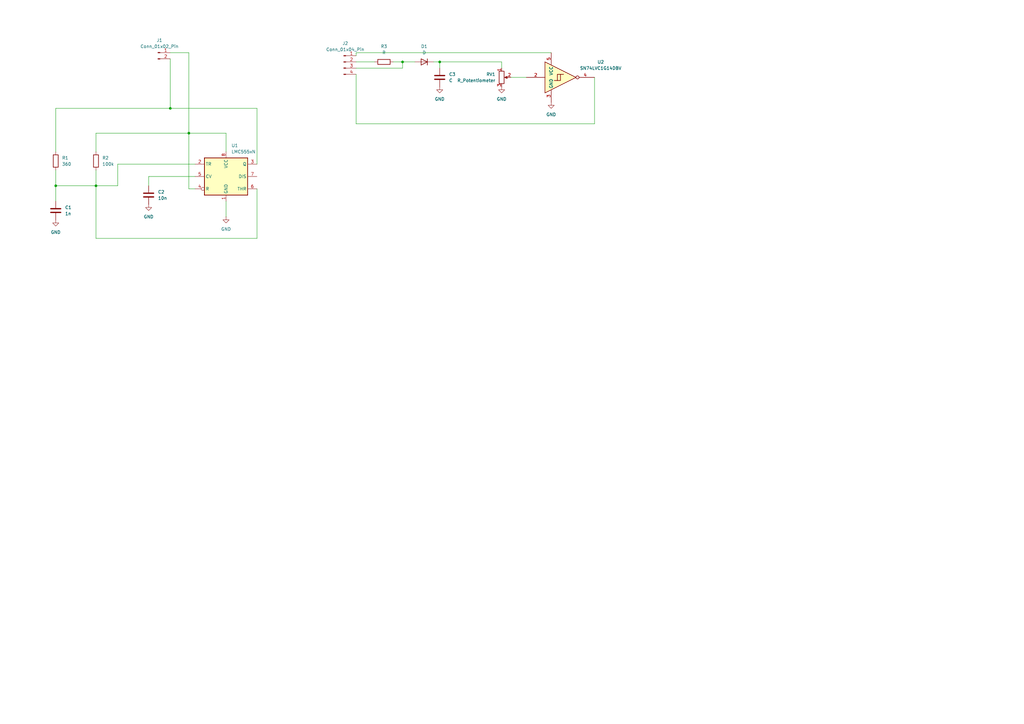
<source format=kicad_sch>
(kicad_sch (version 20231120) (generator "eeschema") (generator_version "8.0")
  (paper "A3")
  (title_block (title "Root") (date "2024-10-31"))
  (lib_symbols
    (symbol "74xGxx:SN74LVC1G14DBV"
      (property "Reference" "U" (at 0 3.81 0))
      (property "Value" "SN74LVC1G14DBV" (at 0 -3.81 0))
      (symbol "SN74LVC1G14DBV_0_1"
        (polyline (pts (xy -7.62 6.35) (xy -7.62 -6.35) (xy 5.08 0) (xy -7.62 6.35)) (stroke (width 0.254)) (fill (type background)))
      )
      (symbol "SN74LVC1G14DBV_1_1"
        (polyline (pts (xy -3.81 -1.27) (xy -1.27 -1.27) (xy -1.27 1.27)) (stroke (width 0.254)))
        (polyline (pts (xy -2.54 -1.27) (xy -2.54 1.27) (xy 0 1.27)) (stroke (width 0.254)))
        (pin no_connect line (at -7.62 5.08 180) (length 5.08) hide (name "NC") (number "1"))
        (pin input line (at -15.24 0 0) (length 7.62) (name "~") (number "2"))
        (pin power_in line (at -5.08 -10.16 90) (length 5.08) (name "GND") (number "3"))
        (pin output inverted (at 12.7 0 180) (length 7.62) (name "~") (number "4"))
        (pin power_in line (at -5.08 10.16 270) (length 5.08) (name "VCC") (number "5"))
      )
    )
    (symbol "Connector:Conn_01x02_Pin" (pin_names (offset 1.016) hide)
      (property "Reference" "J" (at 0 2.54 0))
      (property "Value" "Conn_01x02_Pin" (at 0 -5.08 0))
      (symbol "Conn_01x02_Pin_1_1"
        (polyline (pts (xy 1.27 -2.54) (xy 0.8636 -2.54)) (stroke (width 0.1524)))
        (polyline (pts (xy 1.27 0) (xy 0.8636 0)) (stroke (width 0.1524)))
        (rectangle (start 0.8636 -2.413) (end 0 -2.667) (stroke (width 0.1524)) (fill (type outline)))
        (rectangle (start 0.8636 0.127) (end 0 -0.127) (stroke (width 0.1524)) (fill (type outline)))
        (pin passive line (at 5.08 0 180) (length 3.81) (name "Pin_1") (number "1"))
        (pin passive line (at 5.08 -2.54 180) (length 3.81) (name "Pin_2") (number "2"))
      )
    )
    (symbol "Connector:Conn_01x04_Pin" (pin_names (offset 1.016) hide)
      (property "Reference" "J" (at 0 5.08 0))
      (property "Value" "Conn_01x04_Pin" (at 0 -7.62 0))
      (symbol "Conn_01x04_Pin_1_1"
        (polyline (pts (xy 1.27 -5.08) (xy 0.8636 -5.08)) (stroke (width 0.1524)))
        (polyline (pts (xy 1.27 -2.54) (xy 0.8636 -2.54)) (stroke (width 0.1524)))
        (polyline (pts (xy 1.27 0) (xy 0.8636 0)) (stroke (width 0.1524)))
        (polyline (pts (xy 1.27 2.54) (xy 0.8636 2.54)) (stroke (width 0.1524)))
        (rectangle (start 0.8636 -4.953) (end 0 -5.207) (stroke (width 0.1524)) (fill (type outline)))
        (rectangle (start 0.8636 -2.413) (end 0 -2.667) (stroke (width 0.1524)) (fill (type outline)))
        (rectangle (start 0.8636 0.127) (end 0 -0.127) (stroke (width 0.1524)) (fill (type outline)))
        (rectangle (start 0.8636 2.667) (end 0 2.413) (stroke (width 0.1524)) (fill (type outline)))
        (pin passive line (at 5.08 2.54 180) (length 3.81) (name "Pin_1") (number "1"))
        (pin passive line (at 5.08 0 180) (length 3.81) (name "Pin_2") (number "2"))
        (pin passive line (at 5.08 -2.54 180) (length 3.81) (name "Pin_3") (number "3"))
        (pin passive line (at 5.08 -5.08 180) (length 3.81) (name "Pin_4") (number "4"))
      )
    )
    (symbol "Device:C" (pin_numbers hide) (pin_names (offset 0.254))
      (property "Reference" "C" (at 0.635 2.54 0))
      (property "Value" "C" (at 0.635 -2.54 0))
      (symbol "C_0_1"
        (polyline (pts (xy -2.032 -0.762) (xy 2.032 -0.762)) (stroke (width 0.508)))
        (polyline (pts (xy -2.032 0.762) (xy 2.032 0.762)) (stroke (width 0.508)))
      )
      (symbol "C_1_1"
        (pin passive line (at 0 3.81 270) (length 2.794) (name "~") (number "1"))
        (pin passive line (at 0 -3.81 90) (length 2.794) (name "~") (number "2"))
      )
    )
    (symbol "Device:D" (pin_numbers hide) (pin_names (offset 1.016) hide)
      (property "Reference" "D" (at 0 2.54 0))
      (property "Value" "D" (at 0 -2.54 0))
      (symbol "D_0_1"
        (polyline (pts (xy -1.27 1.27) (xy -1.27 -1.27)) (stroke (width 0.254)))
        (polyline (pts (xy 1.27 0) (xy -1.27 0)))
        (polyline (pts (xy 1.27 1.27) (xy 1.27 -1.27) (xy -1.27 0) (xy 1.27 1.27)) (stroke (width 0.254)))
      )
      (symbol "D_1_1"
        (pin passive line (at -3.81 0 0) (length 2.54) (name "K") (number "1"))
        (pin passive line (at 3.81 0 180) (length 2.54) (name "A") (number "2"))
      )
    )
    (symbol "Device:R" (pin_numbers hide) (pin_names (offset 0))
      (property "Reference" "R" (at 2.032 0 90))
      (property "Value" "R" (at 0 0 90))
      (symbol "R_0_1"
        (rectangle (start -1.016 -2.54) (end 1.016 2.54) (stroke (width 0.254)))
      )
      (symbol "R_1_1"
        (pin passive line (at 0 3.81 270) (length 1.27) (name "~") (number "1"))
        (pin passive line (at 0 -3.81 90) (length 1.27) (name "~") (number "2"))
      )
    )
    (symbol "Device:R_Potentiometer" (pin_names (offset 1.016) hide)
      (property "Reference" "RV" (at -4.445 0 90))
      (property "Value" "R_Potentiometer" (at -2.54 0 90))
      (symbol "R_Potentiometer_0_1"
        (polyline (pts (xy 2.54 0) (xy 1.524 0)))
        (polyline (pts (xy 1.143 0) (xy 2.286 0.508) (xy 2.286 -0.508) (xy 1.143 0)) (fill (type outline)))
        (rectangle (start 1.016 2.54) (end -1.016 -2.54) (stroke (width 0.254)))
      )
      (symbol "R_Potentiometer_1_1"
        (pin passive line (at 0 3.81 270) (length 1.27) (name "1") (number "1"))
        (pin passive line (at 3.81 0 180) (length 1.27) (name "2") (number "2"))
        (pin passive line (at 0 -3.81 90) (length 1.27) (name "3") (number "3"))
      )
    )
    (symbol "Timer:LMC555xN"
      (property "Reference" "U" (at -10.16 8.89 0))
      (property "Value" "LMC555xN" (at 2.54 8.89 0))
      (symbol "LMC555xN_0_0"
        (pin power_in line (at 0 -10.16 90) (length 2.54) (name "GND") (number "1"))
        (pin power_in line (at 0 10.16 270) (length 2.54) (name "VCC") (number "8"))
      )
      (symbol "LMC555xN_0_1"
        (rectangle (start -8.89 -7.62) (end 8.89 7.62) (stroke (width 0.254)) (fill (type background)))
        (rectangle (start -8.89 -7.62) (end 8.89 7.62) (stroke (width 0.254)) (fill (type background)))
      )
      (symbol "LMC555xN_1_1"
        (pin input line (at -12.7 5.08 0) (length 3.81) (name "TR") (number "2"))
        (pin output line (at 12.7 5.08 180) (length 3.81) (name "Q") (number "3"))
        (pin input inverted (at -12.7 -5.08 0) (length 3.81) (name "R") (number "4"))
        (pin input line (at -12.7 0 0) (length 3.81) (name "CV") (number "5"))
        (pin input line (at 12.7 -5.08 180) (length 3.81) (name "THR") (number "6"))
        (pin input line (at 12.7 0 180) (length 3.81) (name "DIS") (number "7"))
      )
    )
    (symbol "power:GND" (power) (pin_numbers hide) (pin_names (offset 0) hide)
      (property "Value" "GND" (at 0 -3.81 0))
      (symbol "GND_0_1"
        (polyline (pts (xy 0 0) (xy 0 -1.27) (xy 1.27 -1.27) (xy 0 -2.54) (xy -1.27 -1.27) (xy 0 -1.27)))
      )
      (symbol "GND_1_1"
        (pin power_in line (at 0 0 270) (length 0) (name "~") (number "1"))
      )
    )
  )
  (junction (at 22.86 76.2))
  (junction (at 69.85 44.45))
  (junction (at 180.34 25.4))
  (junction (at 77.47 54.61))
  (junction (at 165.1 25.4))
  (junction (at 39.37 76.2))
  (wire (pts (xy 92.71 88.9) (xy 92.71 82.55)))
  (wire (pts (xy 77.47 77.47) (xy 77.47 54.61)))
  (wire (pts (xy 146.05 50.8) (xy 146.05 30.48)))
  (wire (pts (xy 146.05 21.59) (xy 226.06 21.59)))
  (wire (pts (xy 205.74 25.4) (xy 205.74 27.94)))
  (wire (pts (xy 177.8 25.4) (xy 180.34 25.4)))
  (wire (pts (xy 39.37 69.85) (xy 39.37 76.2)))
  (wire (pts (xy 77.47 54.61) (xy 39.37 54.61)))
  (wire (pts (xy 39.37 54.61) (xy 39.37 62.23)))
  (wire (pts (xy 161.29 25.4) (xy 165.1 25.4)))
  (wire (pts (xy 146.05 22.86) (xy 146.05 21.59)))
  (wire (pts (xy 69.85 21.59) (xy 77.47 21.59)))
  (wire (pts (xy 22.86 76.2) (xy 39.37 76.2)))
  (wire (pts (xy 165.1 27.94) (xy 165.1 25.4)))
  (wire (pts (xy 39.37 97.79) (xy 39.37 76.2)))
  (wire (pts (xy 105.41 44.45) (xy 69.85 44.45)))
  (wire (pts (xy 77.47 21.59) (xy 77.47 54.61)))
  (wire (pts (xy 146.05 25.4) (xy 153.67 25.4)))
  (wire (pts (xy 22.86 76.2) (xy 22.86 82.55)))
  (wire (pts (xy 180.34 25.4) (xy 205.74 25.4)))
  (wire (pts (xy 92.71 62.23) (xy 92.71 54.61)))
  (wire (pts (xy 146.05 27.94) (xy 165.1 27.94)))
  (wire (pts (xy 243.84 31.75) (xy 243.84 50.8)))
  (wire (pts (xy 48.26 76.2) (xy 39.37 76.2)))
  (wire (pts (xy 165.1 25.4) (xy 170.18 25.4)))
  (wire (pts (xy 243.84 50.8) (xy 146.05 50.8)))
  (wire (pts (xy 92.71 54.61) (xy 77.47 54.61)))
  (wire (pts (xy 80.01 77.47) (xy 77.47 77.47)))
  (wire (pts (xy 80.01 72.39) (xy 60.96 72.39)))
  (wire (pts (xy 69.85 24.13) (xy 69.85 44.45)))
  (wire (pts (xy 48.26 67.31) (xy 48.26 76.2)))
  (wire (pts (xy 69.85 44.45) (xy 22.86 44.45)))
  (wire (pts (xy 180.34 25.4) (xy 180.34 27.94)))
  (wire (pts (xy 80.01 67.31) (xy 48.26 67.31)))
  (wire (pts (xy 209.55 31.75) (xy 215.9 31.75)))
  (wire (pts (xy 105.41 77.47) (xy 105.41 97.79)))
  (wire (pts (xy 105.41 67.31) (xy 105.41 44.45)))
  (wire (pts (xy 22.86 44.45) (xy 22.86 62.23)))
  (wire (pts (xy 105.41 97.79) (xy 39.37 97.79)))
  (wire (pts (xy 22.86 69.85) (xy 22.86 76.2)))
  (wire (pts (xy 60.96 72.39) (xy 60.96 76.2)))
  (symbol (lib_id "power:GND") (at 22.86 90.17 0) (unit 1)
    (property "Reference" "#PWR01" (effects (hide yes)))
    (property "Value" "GND" (at 22.86 95.25 0))
    (property "Description" "Power symbol creates a global label with name \"GND\" , ground" (effects (hide yes)))
  )
  (symbol (lib_id "Device:C") (at 180.34 31.75 0) (unit 1)
    (property "Reference" "C3" (at 184.15 30.4799 0) (effects (justify left)))
    (property "Value" "C" (at 184.15 33.0199 0) (effects (justify left)))
    (property "Description" "Unpolarized capacitor" (effects (hide yes)))
  )
  (symbol (lib_id "Device:R") (at 39.37 66.04 0) (unit 1)
    (property "Reference" "R2" (at 41.91 64.7699 0) (effects (justify left)))
    (property "Value" "100k" (at 41.91 67.3099 0) (effects (justify left)))
    (property "Description" "Resistor" (effects (hide yes)))
  )
  (symbol (lib_id "power:GND") (at 226.06 41.91 0) (unit 1)
    (property "Reference" "#PWR05" (effects (hide yes)))
    (property "Value" "GND" (at 226.06 46.99 0))
    (property "Description" "Power symbol creates a global label with name \"GND\" , ground" (effects (hide yes)))
  )
  (symbol (lib_id "Device:D") (at 173.99 25.4 180) (unit 1)
    (property "Reference" "D1" (at 173.99 19.05 0))
    (property "Value" "D" (at 173.99 21.59 0))
    (property "Description" "Diode" (effects (hide yes)))
    (property "Sim.Device" "D" (effects (hide yes)))
    (property "Sim.Pins" "1=K 2=A" (effects (hide yes)))
  )
  (symbol (lib_id "Device:R") (at 157.48 25.4 90) (unit 1)
    (property "Reference" "R3" (at 157.48 19.05 90))
    (property "Value" "R" (at 157.48 21.59 90))
    (property "Description" "Resistor" (effects (hide yes)))
  )
  (symbol (lib_id "power:GND") (at 60.96 83.82 0) (unit 1)
    (property "Reference" "#PWR03" (effects (hide yes)))
    (property "Value" "GND" (at 60.96 88.9 0))
    (property "Description" "Power symbol creates a global label with name \"GND\" , ground" (effects (hide yes)))
  )
  (symbol (lib_id "Device:C") (at 22.86 86.36 0) (unit 1)
    (property "Reference" "C1" (at 26.67 85.0899 0) (effects (justify left)))
    (property "Value" "1n" (at 26.67 87.6299 0) (effects (justify left)))
    (property "Description" "Unpolarized capacitor" (effects (hide yes)))
  )
  (symbol (lib_id "power:GND") (at 180.34 35.56 0) (unit 1)
    (property "Reference" "#PWR02" (effects (hide yes)))
    (property "Value" "GND" (at 180.34 40.64 0))
    (property "Description" "Power symbol creates a global label with name \"GND\" , ground" (effects (hide yes)))
  )
  (symbol (lib_id "Device:C") (at 60.96 80.01 0) (unit 1)
    (property "Reference" "C2" (at 64.77 78.7399 0) (effects (justify left)))
    (property "Value" "10n" (at 64.77 81.2799 0) (effects (justify left)))
    (property "Description" "Unpolarized capacitor" (effects (hide yes)))
  )
  (symbol (lib_id "Timer:LMC555xN") (at 92.71 72.39 0) (unit 1)
    (property "Reference" "U1" (at 94.9041 59.69 0) (effects (justify left)))
    (property "Value" "LMC555xN" (at 94.9041 62.23 0) (effects (justify left)))
    (property "Footprint" "Package_DIP:DIP-8_W7.62mm" (effects (hide yes)))
    (property "Datasheet" "http://www.ti.com/lit/ds/symlink/lmc555.pdf" (effects (hide yes)))
    (property "Description" "CMOS Timer, 555 compatible, PDIP-8" (effects (hide yes)))
  )
  (symbol (lib_id "Connector:Conn_01x02_Pin") (at 64.77 21.59 0) (unit 1)
    (property "Reference" "J1" (at 65.405 16.51 0))
    (property "Value" "Conn_01x02_Pin" (at 65.405 19.05 0))
    (property "Footprint" "Connector_Wire:SolderWire-1.5sqmm_1x02_P6mm_D1.7mm_OD3mm" (effects (hide yes)))
    (property "Description" "Generic connector, single row, 01x02, script generated" (effects (hide yes)))
  )
  (symbol (lib_id "Device:R_Potentiometer") (at 205.74 31.75 0) (unit 1)
    (property "Reference" "RV1" (at 203.2 30.4799 0) (effects (justify right)))
    (property "Value" "R_Potentiometer" (at 203.2 33.0199 0) (effects (justify right)))
    (property "Description" "Potentiometer" (effects (hide yes)))
  )
  (symbol (lib_id "power:GND") (at 92.71 88.9 0) (unit 1)
    (property "Reference" "#PWR08" (effects (hide yes)))
    (property "Value" "GND" (at 92.71 93.98 0))
    (property "Description" "Power symbol creates a global label with name \"GND\" , ground" (effects (hide yes)))
  )
  (symbol (lib_id "Connector:Conn_01x04_Pin") (at 140.97 25.4 0) (unit 1)
    (property "Reference" "J2" (at 141.605 17.78 0))
    (property "Value" "Conn_01x04_Pin" (at 141.605 20.32 0))
    (property "Footprint" "Connector_Wire:SolderWire-1.5sqmm_1x04_P6mm_D1.7mm_OD3mm" (effects (hide yes)))
    (property "Description" "Generic connector, single row, 01x04, script generated" (effects (hide yes)))
  )
  (symbol (lib_id "Device:R") (at 22.86 66.04 0) (unit 1)
    (property "Reference" "R1" (at 25.4 64.7699 0) (effects (justify left)))
    (property "Value" "360" (at 25.4 67.3099 0) (effects (justify left)))
    (property "Description" "Resistor" (effects (hide yes)))
  )
  (symbol (lib_id "74xGxx:SN74LVC1G14DBV") (at 231.14 31.75 0) (unit 1)
    (property "Reference" "U2" (at 246.38 25.4314 0))
    (property "Value" "SN74LVC1G14DBV" (at 246.38 27.9714 0))
    (property "Footprint" "Package_TO_SOT_SMD:SOT-23-5" (effects (hide yes)))
    (property "Datasheet" "https://www.ti.com/lit/ds/symlink/sn74lvc1g14.pdf" (effects (hide yes)))
    (property "Description" "Single Schmitt NOT Gate, Low-Voltage CMOS, SOT-23" (effects (hide yes)))
  )
  (symbol (lib_id "power:GND") (at 205.74 35.56 0) (unit 1)
    (property "Reference" "#PWR04" (effects (hide yes)))
    (property "Value" "GND" (at 205.74 40.64 0))
    (property "Description" "Power symbol creates a global label with name \"GND\" , ground" (effects (hide yes)))
  )
)
</source>
